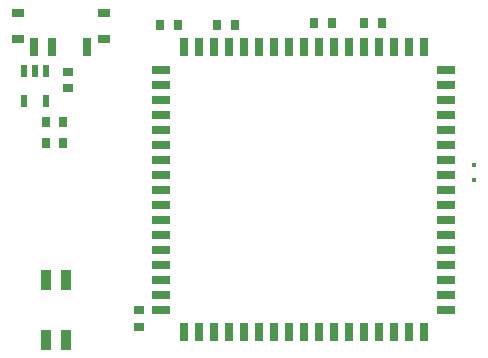
<source format=gtp>
%FSLAX24Y24*%
%MOIN*%
G70*
G01*
G75*
G04 Layer_Color=8421504*
%ADD10R,0.0354X0.0315*%
%ADD11R,0.0315X0.0354*%
%ADD12R,0.0276X0.0354*%
%ADD13R,0.0319X0.0661*%
%ADD14R,0.0394X0.0315*%
%ADD15R,0.0276X0.0591*%
%ADD16R,0.0600X0.0300*%
%ADD17R,0.0300X0.0598*%
%ADD18R,0.0598X0.0300*%
%ADD19R,0.0217X0.0394*%
%ADD20R,0.0157X0.0157*%
%ADD21C,0.0150*%
%ADD22C,0.0120*%
%ADD23C,0.0100*%
%ADD24C,0.0181*%
%ADD25C,0.0630*%
%ADD26C,0.0661*%
%ADD27C,0.0591*%
%ADD28C,0.1378*%
%ADD29C,0.0320*%
%ADD30C,0.0400*%
%ADD31C,0.0500*%
%ADD32R,0.0354X0.0276*%
%ADD33R,0.0532X0.0157*%
%ADD34R,0.0630X0.0748*%
%ADD35R,0.0551X0.0630*%
%ADD36R,0.0236X0.0591*%
%ADD37R,0.0591X0.0236*%
%ADD38O,0.0118X0.0650*%
%ADD39R,0.0335X0.0157*%
%ADD40R,0.0512X0.0217*%
%ADD41R,0.0209X0.0118*%
%ADD42R,0.0193X0.0118*%
%ADD43R,0.0201X0.0136*%
%ADD44R,0.0136X0.0201*%
%ADD45R,0.0315X0.0197*%
%ADD46C,0.0200*%
%ADD47C,0.0098*%
%ADD48C,0.0050*%
%ADD49C,0.0079*%
%ADD50C,0.0039*%
%ADD51C,0.0080*%
D10*
X4350Y1776D02*
D03*
Y1224D02*
D03*
X2000Y9726D02*
D03*
Y9174D02*
D03*
D11*
X1274Y8050D02*
D03*
X1826D02*
D03*
X1274Y7350D02*
D03*
X1826D02*
D03*
D12*
X7545Y11300D02*
D03*
X6955D02*
D03*
X5645D02*
D03*
X5055D02*
D03*
X10795Y11350D02*
D03*
X10205D02*
D03*
X11855Y11350D02*
D03*
X12445D02*
D03*
D13*
X1257Y2800D02*
D03*
X1943D02*
D03*
X1257Y800D02*
D03*
X1943D02*
D03*
D14*
X3187Y11683D02*
D03*
X313D02*
D03*
Y10817D02*
D03*
X3187D02*
D03*
D15*
X2636Y10561D02*
D03*
X1455D02*
D03*
X864D02*
D03*
D16*
X5100Y9800D02*
D03*
Y9300D02*
D03*
Y8800D02*
D03*
Y8300D02*
D03*
Y7800D02*
D03*
Y7300D02*
D03*
Y6800D02*
D03*
Y6300D02*
D03*
Y5800D02*
D03*
Y5300D02*
D03*
Y4800D02*
D03*
Y4300D02*
D03*
Y3800D02*
D03*
Y3300D02*
D03*
Y2800D02*
D03*
Y2300D02*
D03*
Y1800D02*
D03*
D17*
X5850Y1050D02*
D03*
X6350D02*
D03*
X6850D02*
D03*
X7350D02*
D03*
X7850D02*
D03*
X8350D02*
D03*
X8850D02*
D03*
X9350D02*
D03*
X9850D02*
D03*
X10350D02*
D03*
X10850D02*
D03*
X11350D02*
D03*
X11850D02*
D03*
X12350D02*
D03*
X12850D02*
D03*
X13350D02*
D03*
X13850D02*
D03*
Y10550D02*
D03*
X13350D02*
D03*
X12850D02*
D03*
X12350D02*
D03*
X11850D02*
D03*
X11350D02*
D03*
X10850D02*
D03*
X10350D02*
D03*
X9850D02*
D03*
X9350D02*
D03*
X8850D02*
D03*
X8350D02*
D03*
X7850D02*
D03*
X7350D02*
D03*
X6850D02*
D03*
X6350D02*
D03*
X5850D02*
D03*
D18*
X14600Y1800D02*
D03*
Y2300D02*
D03*
Y2800D02*
D03*
Y3300D02*
D03*
Y3800D02*
D03*
Y4300D02*
D03*
Y4800D02*
D03*
Y5300D02*
D03*
Y5800D02*
D03*
Y6300D02*
D03*
Y6800D02*
D03*
Y7300D02*
D03*
Y7800D02*
D03*
Y8300D02*
D03*
Y8800D02*
D03*
Y9300D02*
D03*
Y9800D02*
D03*
D19*
X1274Y8758D02*
D03*
X526D02*
D03*
Y9742D02*
D03*
X900D02*
D03*
X1274D02*
D03*
D20*
X15539Y6134D02*
D03*
Y6607D02*
D03*
M02*

</source>
